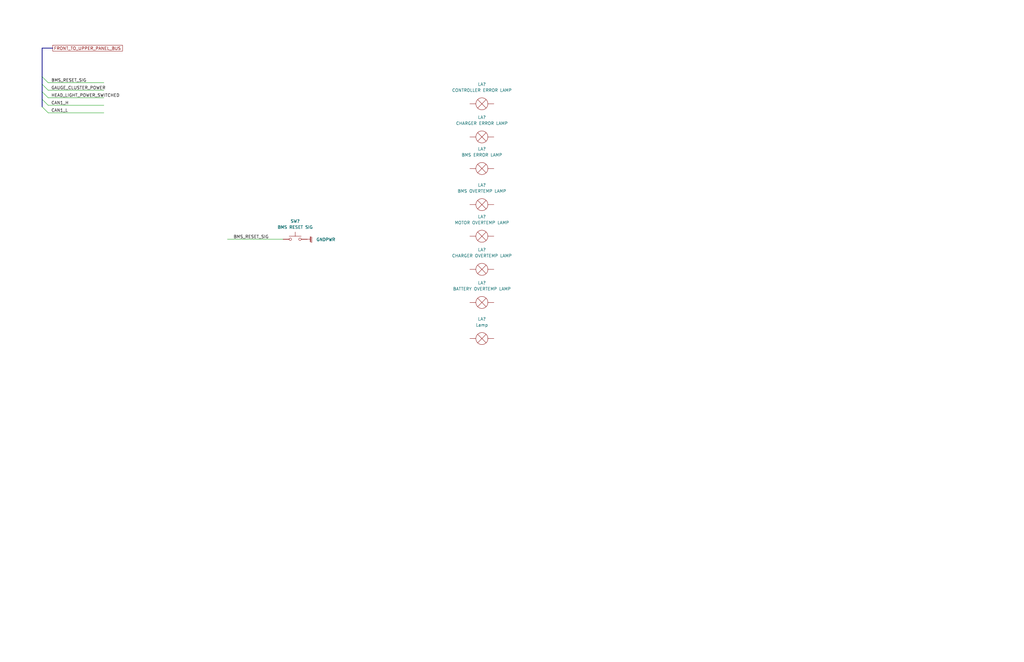
<source format=kicad_sch>
(kicad_sch (version 20211123) (generator eeschema)
  (paper "B")
  (lib_symbols
    (symbol "Device:Lamp" (pin_numbers hide) (pin_names (offset 0.0254) hide)
      (property "Reference" "LA" (at 0.635 3.81 0))
      (property "Value" "Lamp" (at 0.635 -3.81 0))
      (symbol "Lamp_0_1"
        (polyline (pts (xy -1.778 1.778) (xy 1.778 -1.778)))
        (polyline (pts (xy 1.778 1.778) (xy -1.778 -1.778)))
        (circle (center 0 0) (radius 2.54))
      )
      (symbol "Lamp_1_1"
        (pin passive line (at 0 -5.08 90) (length 2.54) (name "-") (number "1"))
        (pin passive line (at 0 5.08 270) (length 2.54) (name "+") (number "2"))
      )
    )
    (symbol "Switch:SW_MEC_5G" (pin_numbers hide) (pin_names (offset 1.016) hide)
      (property "Reference" "SW" (at 1.27 2.54 0))
      (property "Value" "SW_MEC_5G" (at 0 -1.524 0))
      (symbol "SW_MEC_5G_0_1"
        (circle (center -2.032 0) (radius 0.508))
        (polyline (pts (xy 0 1.27) (xy 0 3.048)))
        (polyline (pts (xy 2.54 1.27) (xy -2.54 1.27)))
        (circle (center 2.032 0) (radius 0.508))
        (pin passive line (at -5.08 0 0) (length 2.54) (name "A") (number "1"))
        (pin passive line (at 5.08 0 180) (length 2.54) (name "B") (number "3"))
      )
      (symbol "SW_MEC_5G_1_1"
        (pin passive line (at -5.08 0 0) (length 2.54) hide (name "A") (number "2"))
        (pin passive line (at 5.08 0 180) (length 2.54) hide (name "B") (number "4"))
      )
    )
    (symbol "power:GNDPWR" (power) (pin_names (offset 0))
      (property "Value" "GNDPWR" (at 0 -3.302 0))
      (symbol "GNDPWR_0_1"
        (polyline (pts (xy 0 -1.27) (xy 0 0)))
        (polyline (pts (xy -1.016 -1.27) (xy -1.27 -2.032) (xy -1.27 -2.032)) (stroke (width 0.2032)))
        (polyline (pts (xy -0.508 -1.27) (xy -0.762 -2.032) (xy -0.762 -2.032)) (stroke (width 0.2032)))
        (polyline (pts (xy 0 -1.27) (xy -0.254 -2.032) (xy -0.254 -2.032)) (stroke (width 0.2032)))
        (polyline (pts (xy 0.508 -1.27) (xy 0.254 -2.032) (xy 0.254 -2.032)) (stroke (width 0.2032)))
        (polyline (pts (xy 1.016 -1.27) (xy -1.016 -1.27) (xy -1.016 -1.27)) (stroke (width 0.2032)))
        (polyline (pts (xy 1.016 -1.27) (xy 0.762 -2.032) (xy 0.762 -2.032) (xy 0.762 -2.032)) (stroke (width 0.2032)))
      )
      (symbol "GNDPWR_1_1"
        (pin power_in line (at 0 0 270) (length 0) hide (name "GNDPWR") (number "1"))
      )
    )
  )
  (bus_entry (at 17.78 38.735) (size 2.54 2.54))
  (bus_entry (at 17.78 45.085) (size 2.54 2.54))
  (bus_entry (at 17.78 41.91) (size 2.54 2.54))
  (bus_entry (at 17.78 32.385) (size 2.54 2.54))
  (bus_entry (at 17.78 35.56) (size 2.54 2.54))
  (bus (pts (xy 22.225 20.32) (xy 17.78 20.32)))
  (bus (pts (xy 17.78 35.56) (xy 17.78 38.735)))
  (bus (pts (xy 17.78 32.385) (xy 17.78 35.56)))
  (wire (pts (xy 95.885 100.965) (xy 119.38 100.965)))
  (wire (pts (xy 20.32 38.1) (xy 43.815 38.1)))
  (bus (pts (xy 17.78 41.91) (xy 17.78 45.085)))
  (wire (pts (xy 20.32 34.925) (xy 43.815 34.925)))
  (wire (pts (xy 20.32 41.275) (xy 43.815 41.275)))
  (bus (pts (xy 17.78 38.735) (xy 17.78 41.91)))
  (bus (pts (xy 17.78 20.32) (xy 17.78 32.385)))
  (wire (pts (xy 20.32 47.625) (xy 43.815 47.625)))
  (wire (pts (xy 20.32 44.45) (xy 43.815 44.45)))
  (label "HEAD_LIGHT_POWER_SWITCHED" (at 21.59 41.275 0))
  (label "CAN1_L" (at 21.59 47.625 0))
  (label "GAUGE_CLUSTER_POWER" (at 21.59 38.1 0))
  (label "CAN1_H" (at 21.59 44.45 0))
  (label "BMS_RESET_SIG" (at 98.425 100.965 0))
  (label "BMS_RESET_SIG" (at 21.59 34.925 0))
  (global_label "FRONT_TO_UPPER_PANEL_BUS" (shape passive) (at 22.225 20.32 0) (property "Intersheet References" "${INTERSHEET_REFS}" (effects hide)))
  (symbol (lib_id "Device:Lamp") (at 203.2 113.665 90) (unit 1)
    (property "Reference" "LA?" (at 203.2 105.41 90))
    (property "Value" "CHARGER OVERTEMP LAMP" (at 203.2 107.95 90))
  )
  (symbol (lib_id "Device:Lamp") (at 203.2 127.635 90) (unit 1)
    (property "Reference" "LA?" (at 203.2 119.38 90))
    (property "Value" "BATTERY OVERTEMP LAMP" (at 203.2 121.92 90))
  )
  (symbol (lib_id "power:GNDPWR") (at 129.54 100.965 90) (unit 1)
    (property "Reference" "#PWR?" (effects hide))
    (property "Value" "GNDPWR" (at 133.35 101.0919 90) (effects (justify right)))
  )
  (symbol (lib_id "Device:Lamp") (at 203.2 99.695 90) (unit 1)
    (property "Reference" "LA?" (at 203.2 91.44 90))
    (property "Value" "MOTOR OVERTEMP LAMP" (at 203.2 93.98 90))
  )
  (symbol (lib_id "Device:Lamp") (at 203.2 71.12 90) (unit 1)
    (property "Reference" "LA?" (at 203.2 62.865 90))
    (property "Value" "BMS ERROR LAMP" (at 203.2 65.405 90))
  )
  (symbol (lib_id "Device:Lamp") (at 203.2 43.815 90) (unit 1)
    (property "Reference" "LA?" (at 203.2 35.56 90))
    (property "Value" "CONTROLLER ERROR LAMP" (at 203.2 38.1 90))
  )
  (symbol (lib_id "Device:Lamp") (at 203.2 57.785 90) (unit 1)
    (property "Reference" "LA?" (at 203.2 49.53 90))
    (property "Value" "CHARGER ERROR LAMP" (at 203.2 52.07 90))
  )
  (symbol (lib_id "Device:Lamp") (at 203.2 86.36 90) (unit 1)
    (property "Reference" "LA?" (at 203.2 78.105 90))
    (property "Value" "BMS OVERTEMP LAMP" (at 203.2 80.645 90))
  )
  (symbol (lib_id "Switch:SW_MEC_5G") (at 124.46 100.965 0) (unit 1)
    (property "Reference" "SW?" (at 124.46 93.345 0))
    (property "Value" "BMS RESET SIG" (at 124.46 95.885 0))
    (property "Datasheet" "http://www.apem.com/int/index.php?controller=attachment&id_attachment=488" (effects hide))
  )
  (symbol (lib_id "Device:Lamp") (at 203.2 142.875 90) (unit 1)
    (property "Reference" "LA?" (at 203.2 134.62 90))
    (property "Value" "Lamp" (at 203.2 137.16 90))
  )
)
</source>
